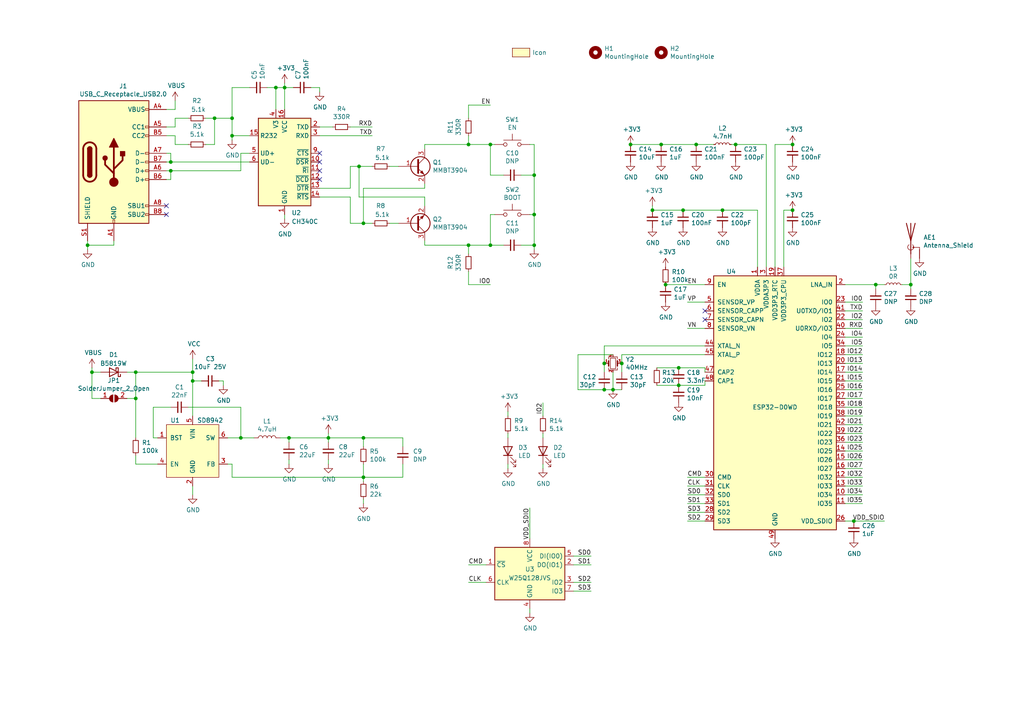
<source format=kicad_sch>
(kicad_sch (version 20211123) (generator eeschema)
  (paper "A4")
  (title_block (title "ESP32 DevKit Type C") (date "2020-09-29") (rev "E"))
  (junction (at 264.16 82.55))
  (junction (at 55.88 110.49))
  (junction (at 105.41 64.77))
  (junction (at 196.85 106.68))
  (junction (at 142.24 71.12))
  (junction (at 175.26 113.03))
  (junction (at 142.24 41.91))
  (junction (at 193.04 82.55))
  (junction (at 154.94 50.8))
  (junction (at 247.65 151.13))
  (junction (at 177.8 113.03))
  (junction (at 189.23 60.96))
  (junction (at 55.88 107.95))
  (junction (at 135.89 41.91))
  (junction (at 67.31 34.29))
  (junction (at 201.93 41.91))
  (junction (at 105.41 127))
  (junction (at 104.14 48.26))
  (junction (at 83.82 127))
  (junction (at 135.89 71.12))
  (junction (at 67.31 39.37))
  (junction (at 198.12 60.96))
  (junction (at 154.94 71.12))
  (junction (at 95.25 127))
  (junction (at 25.4 71.12))
  (junction (at 209.55 60.96))
  (junction (at 26.67 107.95))
  (junction (at 191.77 41.91))
  (junction (at 308.61 105.41))
  (junction (at 213.36 41.91))
  (junction (at 80.01 25.4))
  (junction (at 196.85 111.76))
  (junction (at 49.53 46.99))
  (junction (at 39.37 107.95))
  (junction (at 254 82.55))
  (junction (at 105.41 138.43))
  (junction (at 154.94 62.23))
  (junction (at 69.85 127))
  (junction (at 229.87 60.96))
  (junction (at 229.87 41.91))
  (junction (at 175.26 105.41))
  (junction (at 182.88 41.91))
  (junction (at 180.34 105.41))
  (junction (at 82.55 25.4))
  (junction (at 62.23 34.29))
  (junction (at 49.53 49.53))
  (junction (at 39.37 115.57))
  (no_connect (at 48.26 59.69))
  (no_connect (at 204.47 92.71))
  (no_connect (at 92.71 46.99))
  (no_connect (at 92.71 44.45))
  (no_connect (at 48.26 62.23))
  (no_connect (at 92.71 52.07))
  (no_connect (at 92.71 49.53))
  (no_connect (at 204.47 90.17))
  (wire (pts (xy 245.11 125.73) (xy 250.19 125.73)))
  (wire (pts (xy -53.34 76.2) (xy -45.72 76.2)))
  (wire (pts (xy 317.5 102.87) (xy 312.42 102.87)))
  (wire (pts (xy 44.45 118.11) (xy 44.45 127)))
  (wire (pts (xy -48.26 58.42) (xy -53.34 58.42)))
  (wire (pts (xy -48.26 55.88) (xy -53.34 55.88)))
  (wire (pts (xy 54.61 118.11) (xy 69.85 118.11)))
  (wire (pts (xy 135.89 41.91) (xy 142.24 41.91)))
  (wire (pts (xy 64.77 110.49) (xy 63.5 110.49)))
  (wire (pts (xy 101.6 48.26) (xy 101.6 54.61)))
  (wire (pts (xy 180.34 107.95) (xy 180.34 105.41)))
  (wire (pts (xy 209.55 60.96) (xy 198.12 60.96)))
  (wire (pts (xy 39.37 132.08) (xy 39.37 134.62)))
  (wire (pts (xy 224.79 41.91) (xy 229.87 41.91)))
  (wire (pts (xy 101.6 36.83) (xy 107.95 36.83)))
  (wire (pts (xy 49.53 46.99) (xy 48.26 46.99)))
  (wire (pts (xy 189.23 59.69) (xy 189.23 60.96)))
  (wire (pts (xy 135.89 30.48) (xy 142.24 30.48)))
  (wire (pts (xy 50.8 29.21) (xy 50.8 31.75)))
  (wire (pts (xy 317.5 133.35) (xy 312.42 133.35)))
  (wire (pts (xy 317.5 130.81) (xy 312.42 130.81)))
  (wire (pts (xy 154.94 62.23) (xy 154.94 71.12)))
  (wire (pts (xy 171.45 161.29) (xy 166.37 161.29)))
  (wire (pts (xy -45.72 77.47) (xy -45.72 76.2)))
  (wire (pts (xy 83.82 127) (xy 95.25 127)))
  (wire (pts (xy 105.41 134.62) (xy 105.41 138.43)))
  (wire (pts (xy 204.47 107.95) (xy 204.47 106.68)))
  (wire (pts (xy 153.67 41.91) (xy 154.94 41.91)))
  (wire (pts (xy 105.41 64.77) (xy 101.6 64.77)))
  (wire (pts (xy 219.71 60.96) (xy 219.71 77.47)))
  (wire (pts (xy 245.11 105.41) (xy 250.19 105.41)))
  (wire (pts (xy 167.64 113.03) (xy 175.26 113.03)))
  (wire (pts (xy 69.85 118.11) (xy 69.85 127)))
  (wire (pts (xy 113.03 48.26) (xy 115.57 48.26)))
  (wire (pts (xy 250.19 95.25) (xy 245.11 95.25)))
  (wire (pts (xy 153.67 177.8) (xy 153.67 176.53)))
  (wire (pts (xy 72.39 46.99) (xy 49.53 46.99)))
  (wire (pts (xy 245.11 128.27) (xy 250.19 128.27)))
  (wire (pts (xy -48.26 81.28) (xy -53.34 81.28)))
  (wire (pts (xy 204.47 100.33) (xy 175.26 100.33)))
  (wire (pts (xy 317.5 115.57) (xy 312.42 115.57)))
  (wire (pts (xy 104.14 48.26) (xy 104.14 57.15)))
  (wire (pts (xy -53.34 45.72) (xy -48.26 45.72)))
  (wire (pts (xy 317.5 113.03) (xy 312.42 113.03)))
  (wire (pts (xy 227.33 77.47) (xy 227.33 60.96)))
  (wire (pts (xy 116.84 134.62) (xy 116.84 138.43)))
  (wire (pts (xy 317.5 110.49) (xy 312.42 110.49)))
  (wire (pts (xy 191.77 41.91) (xy 201.93 41.91)))
  (wire (pts (xy 142.24 50.8) (xy 146.05 50.8)))
  (wire (pts (xy 67.31 39.37) (xy 67.31 34.29)))
  (wire (pts (xy -48.26 53.34) (xy -53.34 53.34)))
  (wire (pts (xy 69.85 44.45) (xy 69.85 49.53)))
  (wire (pts (xy 39.37 107.95) (xy 55.88 107.95)))
  (wire (pts (xy 95.25 128.27) (xy 95.25 127)))
  (wire (pts (xy 199.39 146.05) (xy 204.47 146.05)))
  (wire (pts (xy 26.67 115.57) (xy 29.21 115.57)))
  (wire (pts (xy 312.42 95.25) (xy 317.5 95.25)))
  (wire (pts (xy -53.34 50.8) (xy -48.26 50.8)))
  (wire (pts (xy 123.19 71.12) (xy 135.89 71.12)))
  (wire (pts (xy 123.19 57.15) (xy 123.19 59.69)))
  (wire (pts (xy 101.6 57.15) (xy 101.6 64.77)))
  (wire (pts (xy 190.5 106.68) (xy 196.85 106.68)))
  (wire (pts (xy -48.26 68.58) (xy -53.34 68.58)))
  (wire (pts (xy 222.25 41.91) (xy 222.25 77.47)))
  (wire (pts (xy 45.72 134.62) (xy 39.37 134.62)))
  (wire (pts (xy 317.5 97.79) (xy 312.42 97.79)))
  (wire (pts (xy 105.41 127) (xy 105.41 129.54)))
  (wire (pts (xy 81.28 127) (xy 83.82 127)))
  (wire (pts (xy 245.11 102.87) (xy 250.19 102.87)))
  (wire (pts (xy 154.94 72.39) (xy 154.94 71.12)))
  (wire (pts (xy 135.89 168.91) (xy 140.97 168.91)))
  (wire (pts (xy 105.41 127) (xy 116.84 127)))
  (wire (pts (xy 264.16 82.55) (xy 261.62 82.55)))
  (wire (pts (xy 157.48 135.89) (xy 157.48 134.62)))
  (wire (pts (xy 135.89 71.12) (xy 142.24 71.12)))
  (wire (pts (xy 105.41 138.43) (xy 116.84 138.43)))
  (wire (pts (xy 50.8 36.83) (xy 50.8 34.29)))
  (wire (pts (xy 157.48 127) (xy 157.48 125.73)))
  (wire (pts (xy 67.31 40.64) (xy 67.31 39.37)))
  (wire (pts (xy 317.5 120.65) (xy 312.42 120.65)))
  (wire (pts (xy 247.65 151.13) (xy 256.54 151.13)))
  (wire (pts (xy 317.5 123.19) (xy 312.42 123.19)))
  (wire (pts (xy 204.47 111.76) (xy 196.85 111.76)))
  (wire (pts (xy 67.31 138.43) (xy 105.41 138.43)))
  (wire (pts (xy 49.53 52.07) (xy 48.26 52.07)))
  (wire (pts (xy 245.11 107.95) (xy 250.19 107.95)))
  (wire (pts (xy 135.89 71.12) (xy 135.89 73.66)))
  (wire (pts (xy 135.89 30.48) (xy 135.89 34.29)))
  (wire (pts (xy 104.14 48.26) (xy 107.95 48.26)))
  (wire (pts (xy 256.54 82.55) (xy 254 82.55)))
  (wire (pts (xy 83.82 128.27) (xy 83.82 127)))
  (wire (pts (xy 135.89 163.83) (xy 140.97 163.83)))
  (wire (pts (xy 39.37 115.57) (xy 39.37 107.95)))
  (wire (pts (xy 245.11 143.51) (xy 250.19 143.51)))
  (wire (pts (xy 105.41 139.7) (xy 105.41 138.43)))
  (wire (pts (xy 177.8 102.87) (xy 167.64 102.87)))
  (wire (pts (xy 175.26 107.95) (xy 175.26 105.41)))
  (wire (pts (xy 59.69 41.91) (xy 62.23 41.91)))
  (wire (pts (xy 245.11 146.05) (xy 250.19 146.05)))
  (wire (pts (xy 95.25 127) (xy 105.41 127)))
  (wire (pts (xy 308.61 105.41) (xy 308.61 106.68)))
  (wire (pts (xy 250.19 113.03) (xy 245.11 113.03)))
  (wire (pts (xy 177.8 107.95) (xy 177.8 113.03)))
  (wire (pts (xy 224.79 41.91) (xy 224.79 77.47)))
  (wire (pts (xy 92.71 39.37) (xy 107.95 39.37)))
  (wire (pts (xy 72.39 44.45) (xy 69.85 44.45)))
  (wire (pts (xy 199.39 151.13) (xy 204.47 151.13)))
  (wire (pts (xy -48.26 60.96) (xy -53.34 60.96)))
  (wire (pts (xy 26.67 107.95) (xy 26.67 115.57)))
  (wire (pts (xy 25.4 72.39) (xy 25.4 71.12)))
  (wire (pts (xy 80.01 25.4) (xy 82.55 25.4)))
  (wire (pts (xy 204.47 106.68) (xy 196.85 106.68)))
  (wire (pts (xy 213.36 41.91) (xy 222.25 41.91)))
  (wire (pts (xy 66.04 127) (xy 69.85 127)))
  (wire (pts (xy -48.26 86.36) (xy -53.34 86.36)))
  (wire (pts (xy 82.55 25.4) (xy 85.09 25.4)))
  (wire (pts (xy 58.42 110.49) (xy 55.88 110.49)))
  (wire (pts (xy 49.53 49.53) (xy 49.53 52.07)))
  (wire (pts (xy 312.42 92.71) (xy 317.5 92.71)))
  (wire (pts (xy 317.5 90.17) (xy 308.61 90.17)))
  (wire (pts (xy 92.71 26.67) (xy 92.71 25.4)))
  (wire (pts (xy -48.26 78.74) (xy -53.34 78.74)))
  (wire (pts (xy 95.25 125.73) (xy 95.25 127)))
  (wire (pts (xy 123.19 69.85) (xy 123.19 71.12)))
  (wire (pts (xy -53.34 88.9) (xy -45.72 88.9)))
  (wire (pts (xy 95.25 134.62) (xy 95.25 133.35)))
  (wire (pts (xy 55.88 140.97) (xy 55.88 143.51)))
  (wire (pts (xy 36.83 115.57) (xy 39.37 115.57)))
  (wire (pts (xy 116.84 127) (xy 116.84 129.54)))
  (wire (pts (xy 77.47 25.4) (xy 80.01 25.4)))
  (wire (pts (xy -48.26 83.82) (xy -53.34 83.82)))
  (wire (pts (xy 227.33 60.96) (xy 229.87 60.96)))
  (wire (pts (xy 48.26 36.83) (xy 50.8 36.83)))
  (wire (pts (xy 25.4 71.12) (xy 33.02 71.12)))
  (wire (pts (xy 166.37 171.45) (xy 171.45 171.45)))
  (wire (pts (xy 83.82 133.35) (xy 83.82 134.62)))
  (wire (pts (xy 153.67 62.23) (xy 154.94 62.23)))
  (wire (pts (xy 67.31 34.29) (xy 67.31 25.4)))
  (wire (pts (xy 82.55 31.75) (xy 82.55 25.4)))
  (wire (pts (xy 317.5 105.41) (xy 308.61 105.41)))
  (wire (pts (xy 123.19 54.61) (xy 105.41 54.61)))
  (wire (pts (xy 245.11 140.97) (xy 250.19 140.97)))
  (wire (pts (xy 189.23 60.96) (xy 198.12 60.96)))
  (wire (pts (xy 171.45 163.83) (xy 166.37 163.83)))
  (wire (pts (xy 245.11 135.89) (xy 250.19 135.89)))
  (wire (pts (xy 212.09 41.91) (xy 213.36 41.91)))
  (wire (pts (xy 157.48 116.84) (xy 157.48 120.65)))
  (wire (pts (xy 142.24 62.23) (xy 143.51 62.23)))
  (wire (pts (xy -48.26 39.37) (xy -48.26 43.18)))
  (wire (pts (xy 143.51 41.91) (xy 142.24 41.91)))
  (wire (pts (xy 50.8 34.29) (xy 54.61 34.29)))
  (wire (pts (xy 26.67 106.68) (xy 26.67 107.95)))
  (wire (pts (xy 62.23 34.29) (xy 67.31 34.29)))
  (wire (pts (xy 66.04 134.62) (xy 67.31 134.62)))
  (wire (pts (xy 245.11 100.33) (xy 250.19 100.33)))
  (wire (pts (xy 55.88 104.14) (xy 55.88 107.95)))
  (wire (pts (xy 92.71 36.83) (xy 96.52 36.83)))
  (wire (pts (xy 44.45 127) (xy 45.72 127)))
  (wire (pts (xy 317.5 125.73) (xy 312.42 125.73)))
  (wire (pts (xy 219.71 60.96) (xy 209.55 60.96)))
  (wire (pts (xy 199.39 95.25) (xy 204.47 95.25)))
  (wire (pts (xy 50.8 31.75) (xy 48.26 31.75)))
  (wire (pts (xy 64.77 111.76) (xy 64.77 110.49)))
  (wire (pts (xy 123.19 53.34) (xy 123.19 54.61)))
  (wire (pts (xy 254 83.82) (xy 254 82.55)))
  (wire (pts (xy 50.8 39.37) (xy 50.8 41.91)))
  (wire (pts (xy 69.85 49.53) (xy 49.53 49.53)))
  (wire (pts (xy 39.37 115.57) (xy 39.37 127)))
  (wire (pts (xy 67.31 134.62) (xy 67.31 138.43)))
  (wire (pts (xy 204.47 110.49) (xy 204.47 111.76)))
  (wire (pts (xy 101.6 54.61) (xy 92.71 54.61)))
  (wire (pts (xy -48.26 43.18) (xy -53.34 43.18)))
  (wire (pts (xy 49.53 44.45) (xy 49.53 46.99)))
  (wire (pts (xy 204.47 148.59) (xy 199.39 148.59)))
  (wire (pts (xy -48.26 73.66) (xy -53.34 73.66)))
  (wire (pts (xy 245.11 118.11) (xy 250.19 118.11)))
  (wire (pts (xy 82.55 63.5) (xy 82.55 62.23)))
  (wire (pts (xy -45.72 87.63) (xy -45.72 88.9)))
  (wire (pts (xy 44.45 118.11) (xy 49.53 118.11)))
  (wire (pts (xy 250.19 115.57) (xy 245.11 115.57)))
  (wire (pts (xy 135.89 78.74) (xy 135.89 82.55)))
  (wire (pts (xy 317.5 107.95) (xy 312.42 107.95)))
  (wire (pts (xy 254 82.55) (xy 245.11 82.55)))
  (wire (pts (xy 142.24 71.12) (xy 142.24 62.23)))
  (wire (pts (xy 199.39 140.97) (xy 204.47 140.97)))
  (wire (pts (xy 245.11 120.65) (xy 250.19 120.65)))
  (wire (pts (xy 177.8 113.03) (xy 180.34 113.03)))
  (wire (pts (xy 154.94 41.91) (xy 154.94 50.8)))
  (wire (pts (xy 153.67 156.21) (xy 153.67 147.32)))
  (wire (pts (xy 142.24 71.12) (xy 146.05 71.12)))
  (wire (pts (xy 69.85 127) (xy 73.66 127)))
  (wire (pts (xy 113.03 64.77) (xy 115.57 64.77)))
  (wire (pts (xy 142.24 41.91) (xy 142.24 50.8)))
  (wire (pts (xy 245.11 133.35) (xy 250.19 133.35)))
  (wire (pts (xy 62.23 41.91) (xy 62.23 34.29)))
  (wire (pts (xy 317.5 128.27) (xy 312.42 128.27)))
  (wire (pts (xy 190.5 111.76) (xy 196.85 111.76)))
  (wire (pts (xy 72.39 39.37) (xy 67.31 39.37)))
  (wire (pts (xy 204.47 102.87) (xy 180.34 102.87)))
  (wire (pts (xy 250.19 90.17) (xy 245.11 90.17)))
  (wire (pts (xy 82.55 25.4) (xy 82.55 24.13)))
  (wire (pts (xy 245.11 123.19) (xy 250.19 123.19)))
  (wire (pts (xy 245.11 92.71) (xy 250.19 92.71)))
  (wire (pts (xy -48.26 66.04) (xy -53.34 66.04)))
  (wire (pts (xy 193.04 82.55) (xy 204.47 82.55)))
  (wire (pts (xy 151.13 50.8) (xy 154.94 50.8)))
  (wire (pts (xy 123.19 41.91) (xy 135.89 41.91)))
  (wire (pts (xy 175.26 100.33) (xy 175.26 105.41)))
  (wire (pts (xy 25.4 71.12) (xy 25.4 69.85)))
  (wire (pts (xy 147.32 135.89) (xy 147.32 134.62)))
  (wire (pts (xy 154.94 62.23) (xy 154.94 50.8)))
  (wire (pts (xy 59.69 34.29) (xy 62.23 34.29)))
  (wire (pts (xy 180.34 102.87) (xy 180.34 105.41)))
  (wire (pts (xy 105.41 54.61) (xy 105.41 64.77)))
  (wire (pts (xy 264.16 83.82) (xy 264.16 82.55)))
  (wire (pts (xy 245.11 87.63) (xy 250.19 87.63)))
  (wire (pts (xy -53.34 48.26) (xy -48.26 48.26)))
  (wire (pts (xy 135.89 39.37) (xy 135.89 41.91)))
  (wire (pts (xy 308.61 90.17) (xy 308.61 105.41)))
  (wire (pts (xy 105.41 64.77) (xy 107.95 64.77)))
  (wire (pts (xy 92.71 57.15) (xy 101.6 57.15)))
  (wire (pts (xy 101.6 48.26) (xy 104.14 48.26)))
  (wire (pts (xy 80.01 25.4) (xy 80.01 31.75)))
  (wire (pts (xy 317.5 118.11) (xy 312.42 118.11)))
  (wire (pts (xy 317.5 135.89) (xy 312.42 135.89)))
  (wire (pts (xy 177.8 113.03) (xy 175.26 113.03)))
  (wire (pts (xy 147.32 119.38) (xy 147.32 120.65)))
  (wire (pts (xy 104.14 57.15) (xy 123.19 57.15)))
  (wire (pts (xy 123.19 43.18) (xy 123.19 41.91)))
  (wire (pts (xy 245.11 97.79) (xy 250.19 97.79)))
  (wire (pts (xy 245.11 110.49) (xy 250.19 110.49)))
  (wire (pts (xy -48.26 63.5) (xy -53.34 63.5)))
  (wire (pts (xy 201.93 41.91) (xy 207.01 41.91)))
  (wire (pts (xy 55.88 107.95) (xy 55.88 110.49)))
  (wire (pts (xy 33.02 71.12) (xy 33.02 69.85)))
  (wire (pts (xy 36.83 107.95) (xy 39.37 107.95)))
  (wire (pts (xy 245.11 151.13) (xy 247.65 151.13)))
  (wire (pts (xy 48.26 39.37) (xy 50.8 39.37)))
  (wire (pts (xy 48.26 49.53) (xy 49.53 49.53)))
  (wire (pts (xy 147.32 127) (xy 147.32 125.73)))
  (wire (pts (xy 151.13 71.12) (xy 154.94 71.12)))
  (wire (pts (xy 50.8 41.91) (xy 54.61 41.91)))
  (wire (pts (xy 264.16 82.55) (xy 264.16 74.93)))
  (wire (pts (xy 199.39 143.51) (xy 204.47 143.51)))
  (wire (pts (xy 67.31 25.4) (xy 72.39 25.4)))
  (wire (pts (xy 55.88 110.49) (xy 55.88 120.65)))
  (wire (pts (xy 182.88 41.91) (xy 191.77 41.91)))
  (wire (pts (xy 317.5 100.33) (xy 312.42 100.33)))
  (wire (pts (xy 171.45 168.91) (xy 166.37 168.91)))
  (wire (pts (xy 245.11 130.81) (xy 250.19 130.81)))
  (wire (pts (xy 105.41 146.05) (xy 105.41 144.78)))
  (wire (pts (xy -48.26 71.12) (xy -53.34 71.12)))
  (wire (pts (xy 245.11 138.43) (xy 250.19 138.43)))
  (wire (pts (xy 199.39 87.63) (xy 204.47 87.63)))
  (wire (pts (xy 167.64 102.87) (xy 167.64 113.03)))
  (wire (pts (xy 135.89 82.55) (xy 142.24 82.55)))
  (wire (pts (xy 48.26 44.45) (xy 49.53 44.45)))
  (wire (pts (xy 29.21 107.95) (xy 26.67 107.95)))
  (wire (pts (xy 90.17 25.4) (xy 92.71 25.4)))
  (wire (pts (xy 199.39 138.43) (xy 204.47 138.43)))
  (label "SD0" (at 199.39 143.51 0))
  (label "IO27" (at 250.19 135.89 180))
  (label "RXD" (at 107.95 36.83 180))
  (label "IO22" (at 250.19 125.73 180))
  (label "IO12" (at 250.19 102.87 180))
  (label "VN" (at -48.26 50.8 180))
  (label "VP" (at 199.39 87.63 0))
  (label "IO23" (at 312.42 92.71 0))
  (label "EN" (at -48.26 45.72 180))
  (label "IO17" (at 312.42 115.57 0))
  (label "IO34" (at 250.19 143.51 180))
  (label "IO19" (at 250.19 120.65 180))
  (label "IO32" (at 250.19 138.43 180))
  (label "TXD" (at 250.19 90.17 180))
  (label "SD2" (at 199.39 151.13 0))
  (label "IO19" (at 312.42 107.95 0))
  (label "IO22" (at 312.42 95.25 0))
  (label "IO27" (at -48.26 68.58 180))
  (label "SD3" (at -48.26 83.82 180))
  (label "IO0" (at 250.19 87.63 180))
  (label "VDD_SDIO" (at 256.54 151.13 180))
  (label "TXD" (at 312.42 97.79 0))
  (label "IO2" (at 157.48 116.84 270))
  (label "IO5" (at 312.42 113.03 0))
  (label "IO15" (at 312.42 128.27 0))
  (label "SD0" (at 171.45 161.29 180))
  (label "IO14" (at -48.26 71.12 180))
  (label "IO5" (at 250.19 100.33 180))
  (label "SD1" (at 171.45 163.83 180))
  (label "IO16" (at 250.19 113.03 180))
  (label "IO13" (at 250.19 105.41 180))
  (label "VP" (at -48.26 48.26 180))
  (label "IO25" (at -48.26 63.5 180))
  (label "VN" (at 199.39 95.25 0))
  (label "EN" (at 142.24 30.48 180))
  (label "IO18" (at 250.19 118.11 180))
  (label "CLK" (at 199.39 140.97 0))
  (label "IO23" (at 250.19 128.27 180))
  (label "SD1" (at 199.39 146.05 0))
  (label "RXD" (at 250.19 95.25 180))
  (label "EN" (at 199.39 82.55 0))
  (label "SD0" (at 312.42 133.35 0))
  (label "IO4" (at 312.42 120.65 0))
  (label "CLK" (at 312.42 135.89 0))
  (label "IO2" (at 250.19 92.71 180))
  (label "CMD" (at 135.89 163.83 0))
  (label "TXD" (at 107.95 39.37 180))
  (label "SD1" (at 312.42 130.81 0))
  (label "IO0" (at 312.42 123.19 0))
  (label "IO15" (at 250.19 110.49 180))
  (label "IO26" (at -48.26 66.04 180))
  (label "IO18" (at 312.42 110.49 0))
  (label "IO17" (at 250.19 115.57 180))
  (label "IO4" (at 250.19 97.79 180))
  (label "IO12" (at -48.26 73.66 180))
  (label "IO13" (at -48.26 78.74 180))
  (label "IO21" (at 312.42 102.87 0))
  (label "IO25" (at 250.19 130.81 180))
  (label "IO33" (at -48.26 60.96 180))
  (label "IO16" (at 312.42 118.11 0))
  (label "IO14" (at 250.19 107.95 180))
  (label "CMD" (at 199.39 138.43 0))
  (label "SD2" (at -48.26 81.28 180))
  (label "IO21" (at 250.19 123.19 180))
  (label "RXD" (at 312.42 100.33 0))
  (label "IO2" (at 312.42 125.73 0))
  (label "IO26" (at 250.19 133.35 180))
  (label "IO35" (at 250.19 146.05 180))
  (label "CMD" (at -48.26 86.36 180))
  (label "SD3" (at 199.39 148.59 0))
  (label "CLK" (at 135.89 168.91 0))
  (label "IO33" (at 250.19 140.97 180))
  (label "SD3" (at 171.45 171.45 180))
  (label "IO35" (at -48.26 55.88 180))
  (label "SD2" (at 171.45 168.91 180))
  (label "VDD_SDIO" (at 153.67 147.32 270))
  (label "IO32" (at -48.26 58.42 180))
  (label "IO34" (at -48.26 53.34 180))
  (label "IO0" (at 142.24 82.55 180))
  (symbol (lib_id "Power_Management_SHOUDING:SD8942") (at 55.88 130.81 0) (unit 1)
    (property "Reference" "U1" (at 50.8 121.92 0))
    (property "Value" "SD8942" (at 60.96 121.92 0))
    (property "Footprint" "Package_TO_SOT_SMD:SOT-23-6" (effects hide))
    (property "Datasheet" "https://datasheet.lcsc.com/szlcsc/1808081634_SHOUDING-SD8942_C250795.pdf" (effects hide))
    (property "LCSC" "C250795" (effects hide))
  )
  (symbol (lib_id "Connector:USB_C_Receptacle_USB2.0") (at 33.02 46.99 0) (unit 1)
    (property "Reference" "J1" (at 35.7378 24.9682 0))
    (property "Value" "USB_C_Receptacle_USB2.0" (at 35.7378 27.2796 0))
    (property "Footprint" "Connector_USB:USB_C_Receptacle_Palconn_UTC16-G" (effects hide))
    (property "Datasheet" "https://www.usb.org/sites/default/files/documents/usb_type-c.zip" (effects hide))
    (property "LCSC" "C167321" (effects hide))
  )
  (symbol (lib_id "Device:R_Small") (at 57.15 41.91 270) (unit 1)
    (property "Reference" "R3" (at 57.15 36.6522 90))
    (property "Value" "5.1k" (at 57.15 38.9636 90))
    (property "Footprint" "Resistor_SMD:R_0402_1005Metric" (effects hide))
    (property "LCSC" " C25905" (effects hide))
  )
  (symbol (lib_id "Device:R_Small") (at 57.15 34.29 90) (unit 1)
    (property "Reference" "R2" (at 58.42 29.21 90) (effects (justify left)))
    (property "Value" "5.1k" (at 59.69 31.75 90) (effects (justify left)))
    (property "Footprint" "Resistor_SMD:R_0402_1005Metric" (effects hide))
    (property "LCSC" " C25905" (effects hide))
  )
  (symbol (lib_id "power:GND") (at 25.4 72.39 0) (unit 1)
    (property "Reference" "#PWR0102" (effects hide))
    (property "Value" "GND" (at 25.527 76.7842 0))
  )
  (symbol (lib_id "power:VBUS") (at 50.8 29.21 0) (unit 1)
    (property "Reference" "#PWR0103" (effects hide))
    (property "Value" "VBUS" (at 51.181 24.8158 0))
  )
  (symbol (lib_id "power:GND") (at 67.31 40.64 0) (unit 1)
    (property "Reference" "#PWR0104" (effects hide))
    (property "Value" "GND" (at 67.437 45.0342 0))
  )
  (symbol (lib_id "power:GND") (at 92.71 26.67 0) (unit 1)
    (property "Reference" "#PWR0105" (effects hide))
    (property "Value" "GND" (at 92.837 31.0642 0))
  )
  (symbol (lib_id "Device:L") (at 77.47 127 90) (unit 1)
    (property "Reference" "L1" (at 77.47 122.174 90))
    (property "Value" "4.7uH" (at 77.47 124.4854 90))
    (property "Footprint" "Inductor_SMD:L_1210_3225Metric" (effects hide))
    (property "Datasheet" "https://datasheet.lcsc.com/szlcsc/1810171818_Taiyo-Yuden-CBC3225T4R7MR_C90319.pdf" (effects hide))
    (property "LCSC" "C90319" (effects hide))
  )
  (symbol (lib_id "Device:C_Small") (at 95.25 130.81 0) (unit 1)
    (property "Reference" "C8" (at 98.171 129.6416 0) (effects (justify left)))
    (property "Value" "22uF" (at 98.171 131.953 0) (effects (justify left)))
    (property "Footprint" "Capacitor_SMD:C_0603_1608Metric" (effects hide))
    (property "LCSC" "C59461" (effects hide))
  )
  (symbol (lib_id "Device:C_Small") (at 60.96 110.49 270) (unit 1)
    (property "Reference" "C3" (at 60.96 104.0892 90))
    (property "Value" "10uF 25V" (at 60.96 106.4006 90))
    (property "Footprint" "Capacitor_SMD:C_0805_2012Metric" (effects hide))
    (property "Datasheet" "https://datasheet.lcsc.com/szlcsc/Samsung-Electro-Mechanics-CL21A106KAYNNNE_C15850.pdf" (effects hide))
    (property "LCSC" "C15850" (effects hide))
  )
  (symbol (lib_id "power:GND") (at 64.77 111.76 0) (unit 1)
    (property "Reference" "#PWR0107" (effects hide))
    (property "Value" "GND" (at 64.897 116.1542 0))
  )
  (symbol (lib_id "Device:D_Schottky") (at 33.02 107.95 180) (unit 1)
    (property "Reference" "D1" (at 34.29 102.87 0) (effects (justify left)))
    (property "Value" "B5819W" (at 36.83 105.41 0) (effects (justify left)))
    (property "Footprint" "Diode_SMD:D_SOD-123" (effects hide))
    (property "LCSC" "C8598" (effects hide))
  )
  (symbol (lib_id "power:VCC") (at 55.88 104.14 0) (unit 1)
    (property "Reference" "#PWR0108" (effects hide))
    (property "Value" "VCC" (at 56.3118 99.7458 0))
  )
  (symbol (lib_id "power:VBUS") (at 26.67 106.68 0) (unit 1)
    (property "Reference" "#PWR0109" (effects hide))
    (property "Value" "VBUS" (at 27.051 102.2858 0))
  )
  (symbol (lib_id "power:GND") (at 55.88 143.51 0) (unit 1)
    (property "Reference" "#PWR0110" (effects hide))
    (property "Value" "GND" (at 56.007 147.9042 0))
  )
  (symbol (lib_id "Device:R_Small") (at 105.41 142.24 0) (unit 1)
    (property "Reference" "R6" (at 107.188 141.0716 0) (effects (justify left)))
    (property "Value" "22k" (at 107.188 143.383 0) (effects (justify left)))
    (property "Footprint" "Resistor_SMD:R_0402_1005Metric" (effects hide))
    (property "Datasheet" "https://datasheet.lcsc.com/szlcsc/Uniroyal-Elec-0402WGF2202TCE_C25768.pdf" (effects hide))
    (property "LCSC" "C25768" (effects hide))
  )
  (symbol (lib_id "Device:C_Small") (at 116.84 132.08 0) (unit 1)
    (property "Reference" "C9" (at 119.761 130.9116 0) (effects (justify left)))
    (property "Value" "DNP" (at 119.761 133.223 0) (effects (justify left)))
    (property "Footprint" "Capacitor_SMD:C_0402_1005Metric" (effects hide))
  )
  (symbol (lib_id "power:GND") (at 105.41 146.05 0) (unit 1)
    (property "Reference" "#PWR0111" (effects hide))
    (property "Value" "GND" (at 105.537 150.4442 0))
  )
  (symbol (lib_id "power:+3V3") (at 95.25 125.73 0) (unit 1)
    (property "Reference" "#PWR0112" (effects hide))
    (property "Value" "+3V3" (at 95.631 121.3358 0))
  )
  (symbol (lib_id "power:GND") (at 247.65 156.21 0) (unit 1)
    (property "Reference" "#PWR0116" (effects hide))
    (property "Value" "GND" (at 247.777 160.6042 0))
  )
  (symbol (lib_id "Device:R_Small") (at 99.06 36.83 270) (unit 1)
    (property "Reference" "R4" (at 99.06 31.5722 90))
    (property "Value" "330R" (at 99.06 33.8836 90))
    (property "Footprint" "Resistor_SMD:R_0402_1005Metric" (effects hide))
    (property "LCSC" "C25104" (effects hide))
  )
  (symbol (lib_id "Connector_Generic:Conn_01x19") (at -58.42 66.04 0) (mirror y) (unit 1)
    (property "Reference" "J2" (at -56.3372 37.6682 0))
    (property "Value" "Conn_01x19" (at -56.3372 39.9796 0))
    (property "Footprint" "Connector_PinHeader_2.54mm:PinHeader_1x19_P2.54mm_Vertical" (effects hide))
    (property "LCSC" "C2894942" (effects hide))
  )
  (symbol (lib_id "Switch:SW_Push") (at 148.59 41.91 0) (unit 1)
    (property "Reference" "SW1" (at 148.59 34.671 0))
    (property "Value" "EN" (at 148.59 36.9824 0))
    (property "Footprint" "Button_Switch_SMD:SW_Push_SPST_NO_Alps_SKRK" (effects hide))
    (property "Datasheet" "https://datasheet.lcsc.com/lcsc/1809041626_ALPSALPINE-SKRKAHE020_C202388.pdf" (effects hide))
    (property "LCSC" "C202388" (effects hide))
  )
  (symbol (lib_id "Switch:SW_Push") (at 148.59 62.23 0) (unit 1)
    (property "Reference" "SW2" (at 148.59 54.991 0))
    (property "Value" "BOOT" (at 148.59 57.3024 0))
    (property "Footprint" "Button_Switch_SMD:SW_Push_SPST_NO_Alps_SKRK" (effects hide))
    (property "Datasheet" "https://datasheet.lcsc.com/lcsc/1809041626_ALPSALPINE-SKRKAHE020_C202388.pdf" (effects hide))
    (property "LCSC" "C202388" (effects hide))
  )
  (symbol (lib_id "power:+3V3") (at -48.26 39.37 0) (unit 1)
    (property "Reference" "#PWR0117" (effects hide))
    (property "Value" "+3V3" (at -47.879 34.9758 0))
  )
  (symbol (lib_id "power:GND") (at -45.72 77.47 0) (unit 1)
    (property "Reference" "#PWR0118" (effects hide))
    (property "Value" "GND" (at -45.72 81.28 0))
  )
  (symbol (lib_id "power:VCC") (at -45.72 87.63 0) (unit 1)
    (property "Reference" "#PWR0119" (effects hide))
    (property "Value" "VCC" (at -45.72 83.82 0))
  )
  (symbol (lib_id "Connector_Generic:Conn_01x19") (at 322.58 113.03 0) (unit 1)
    (property "Reference" "J3" (at 324.612 111.9632 0) (effects (justify left)))
    (property "Value" "Conn_01x19" (at 324.612 114.2746 0) (effects (justify left)))
    (property "Footprint" "Connector_PinHeader_2.54mm:PinHeader_1x19_P2.54mm_Vertical" (effects hide))
    (property "LCSC" "C2894942" (effects hide))
  )
  (symbol (lib_id "Device:R_Small") (at 135.89 36.83 0) (unit 1)
    (property "Reference" "R11" (at 130.6322 36.83 90))
    (property "Value" "330R" (at 132.9436 36.83 90))
    (property "Footprint" "Resistor_SMD:R_0402_1005Metric" (effects hide))
    (property "LCSC" "C25104" (effects hide))
  )
  (symbol (lib_id "Device:R_Small") (at 135.89 76.2 0) (unit 1)
    (property "Reference" "R12" (at 130.6322 76.2 90))
    (property "Value" "330R" (at 132.9436 76.2 90))
    (property "Footprint" "Resistor_SMD:R_0402_1005Metric" (effects hide))
    (property "LCSC" "C25104" (effects hide))
  )
  (symbol (lib_id "power:GND") (at 308.61 106.68 0) (unit 1)
    (property "Reference" "#PWR0120" (effects hide))
    (property "Value" "GND" (at 308.737 111.0742 0))
  )
  (symbol (lib_id "Device:C_Small") (at 148.59 71.12 270) (unit 1)
    (property "Reference" "C11" (at 148.59 64.7192 90))
    (property "Value" "DNP" (at 148.59 67.0306 90))
    (property "Footprint" "Capacitor_SMD:C_0402_1005Metric" (effects hide))
  )
  (symbol (lib_id "Device:C_Small") (at 148.59 50.8 270) (unit 1)
    (property "Reference" "C10" (at 148.59 44.3992 90))
    (property "Value" "DNP" (at 148.59 46.7106 90))
    (property "Footprint" "Capacitor_SMD:C_0402_1005Metric" (effects hide))
  )
  (symbol (lib_id "Device:R_Small") (at 193.04 80.01 180) (unit 1)
    (property "Reference" "R10" (at 194.818 78.8416 0) (effects (justify right)))
    (property "Value" "100k" (at 194.818 81.153 0) (effects (justify right)))
    (property "Footprint" "Resistor_SMD:R_0402_1005Metric" (effects hide))
    (property "LCSC" "C25741" (effects hide))
  )
  (symbol (lib_id "power:+3V3") (at 193.04 77.47 0) (unit 1)
    (property "Reference" "#PWR0121" (effects hide))
    (property "Value" "+3V3" (at 193.421 73.0758 0))
  )
  (symbol (lib_id "power:GND") (at 193.04 87.63 0) (unit 1)
    (property "Reference" "#PWR0122" (effects hide))
    (property "Value" "GND" (at 193.167 92.0242 0))
  )
  (symbol (lib_id "Transistor_BJT:MMBT3904") (at 120.65 64.77 0) (mirror x) (unit 1)
    (property "Reference" "Q2" (at 125.476 63.6016 0) (effects (justify left)))
    (property "Value" "MMBT3904" (at 125.476 65.913 0) (effects (justify left)))
    (property "Footprint" "Package_TO_SOT_SMD:SOT-23" (effects hide))
    (property "Datasheet" "https://www.fairchildsemi.com/datasheets/2N/2N3904.pdf" (effects hide))
    (property "LCSC" "C20526" (effects hide))
  )
  (symbol (lib_id "Transistor_BJT:MMBT3904") (at 120.65 48.26 0) (unit 1)
    (property "Reference" "Q1" (at 125.476 47.0916 0) (effects (justify left)))
    (property "Value" "MMBT3904" (at 125.476 49.403 0) (effects (justify left)))
    (property "Footprint" "Package_TO_SOT_SMD:SOT-23" (effects hide))
    (property "Datasheet" "https://www.fairchildsemi.com/datasheets/2N/2N3904.pdf" (effects hide))
    (property "LCSC" "C20526" (effects hide))
  )
  (symbol (lib_id "Device:R_Small") (at 110.49 48.26 270) (unit 1)
    (property "Reference" "R7" (at 111.76 43.18 90) (effects (justify right)))
    (property "Value" "5.1k" (at 113.03 45.72 90) (effects (justify right)))
    (property "Footprint" "Resistor_SMD:R_0402_1005Metric" (effects hide))
    (property "LCSC" " C25905" (effects hide))
  )
  (symbol (lib_id "Device:R_Small") (at 110.49 64.77 270) (unit 1)
    (property "Reference" "R8" (at 111.76 59.69 90) (effects (justify right)))
    (property "Value" "5.1k" (at 113.03 62.23 90) (effects (justify right)))
    (property "Footprint" "Resistor_SMD:R_0402_1005Metric" (effects hide))
    (property "LCSC" " C25905" (effects hide))
  )
  (symbol (lib_id "power:GND") (at 154.94 72.39 0) (unit 1)
    (property "Reference" "#PWR0123" (effects hide))
    (property "Value" "GND" (at 155.067 76.7842 0))
  )
  (symbol (lib_id "Device:LED") (at 147.32 130.81 90) (unit 1)
    (property "Reference" "D3" (at 150.2918 129.8194 90) (effects (justify right)))
    (property "Value" "LED" (at 150.2918 132.1308 90) (effects (justify right)))
    (property "Footprint" "LED_SMD:LED_0603_1608Metric_Castellated" (effects hide))
    (property "LCSC" "C2286" (effects hide))
  )
  (symbol (lib_id "Device:R_Small") (at 147.32 123.19 0) (unit 1)
    (property "Reference" "R9" (at 149.098 122.0216 0) (effects (justify left)))
    (property "Value" "5.1k" (at 149.098 124.333 0) (effects (justify left)))
    (property "Footprint" "Resistor_SMD:R_0402_1005Metric" (effects hide))
    (property "LCSC" " C25905" (effects hide))
  )
  (symbol (lib_id "power:GND") (at 147.32 135.89 0) (unit 1)
    (property "Reference" "#PWR0124" (effects hide))
    (property "Value" "GND" (at 147.447 140.2842 0))
  )
  (symbol (lib_id "power:+3V3") (at 147.32 119.38 0) (unit 1)
    (property "Reference" "#PWR0125" (effects hide))
    (property "Value" "+3V3" (at 147.701 114.9858 0))
  )
  (symbol (lib_id "Device:Antenna_Shield") (at 264.16 69.85 0) (unit 1)
    (property "Reference" "AE1" (at 267.8176 68.8594 0) (effects (justify left)))
    (property "Value" "Antenna_Shield" (at 267.8176 71.1708 0) (effects (justify left)))
    (property "Footprint" "Antenna_IFA:Antenna_IFA_2.4GHz_meandered_mirrored" (effects hide))
  )
  (symbol (lib_id "power:GND") (at 82.55 63.5 0) (unit 1)
    (property "Reference" "#PWR0127" (effects hide))
    (property "Value" "GND" (at 82.677 67.8942 0))
  )
  (symbol (lib_id "Mechanical:MountingHole") (at 172.72 15.24 0) (unit 1)
    (property "Reference" "H1" (at 175.26 14.0716 0) (effects (justify left)))
    (property "Value" "MountingHole" (at 175.26 16.383 0) (effects (justify left)))
    (property "Footprint" "ToolingHole:ToolingHole_JLCSMT" (effects hide))
  )
  (symbol (lib_id "Mechanical:MountingHole") (at 191.77 15.24 0) (unit 1)
    (property "Reference" "H2" (at 194.31 14.0716 0) (effects (justify left)))
    (property "Value" "MountingHole" (at 194.31 16.383 0) (effects (justify left)))
    (property "Footprint" "ToolingHole:ToolingHole_JLCSMT" (effects hide))
  )
  (symbol (lib_id "Icon:Icon") (at 151.13 15.24 0) (unit 1)
    (property "Reference" "I2" (effects hide))
    (property "Value" "Icon" (at 154.3812 15.24 0) (effects (justify left)))
    (property "Footprint" "Signs:OSHW_icon_3.3x3" (effects hide))
  )
  (symbol (lib_id "Jumper:SolderJumper_2_Open") (at 33.02 115.57 0) (unit 1)
    (property "Reference" "JP1" (at 33.02 110.363 0))
    (property "Value" "SolderJumper_2_Open" (at 33.02 112.6744 0))
    (property "Footprint" "Jumper:SolderJumper-2_P1.3mm_Open_Pad1.0x1.5mm" (effects hide))
  )
  (symbol (lib_id "RF_Espressif:ESP32-D0WD") (at 224.79 118.11 0) (unit 1)
    (property "Reference" "U4" (at 212.09 78.74 0))
    (property "Value" "ESP32-D0WD" (at 224.79 118.11 0))
    (property "Footprint" "Package_DFN_QFN:QFN-48-1EP_5x5mm_P0.35mm_EP3.7x3.7mm_ThermalVias" (effects hide))
    (property "LCSC" "C967020" (effects hide))
  )
  (symbol (lib_id "Device:C_Small") (at 196.85 109.22 180) (unit 1)
    (property "Reference" "C18" (at 199.1868 108.0516 0) (effects (justify right)))
    (property "Value" "3.3nF" (at 199.1868 110.363 0) (effects (justify right)))
    (property "Footprint" "Capacitor_SMD:C_0402_1005Metric" (effects hide))
    (property "Datasheet" "https://datasheet.lcsc.com/szlcsc/Samsung-Electro-Mechanics-CL05B332KB5NNNC_C26404.pdf" (effects hide))
    (property "LCSC" "C26404" (effects hide))
  )
  (symbol (lib_id "Device:R_Small") (at 190.5 109.22 0) (unit 1)
    (property "Reference" "R13" (at 191.9986 108.0516 0) (effects (justify left)))
    (property "Value" "20k" (at 191.9986 110.363 0) (effects (justify left)))
    (property "Footprint" "Resistor_SMD:R_0402_1005Metric" (effects hide))
    (property "Datasheet" "https://datasheet.lcsc.com/szlcsc/Uniroyal-Elec-0402WGF2002TCE_C25765.pdf" (effects hide))
    (property "LCSC" "C25765" (effects hide))
  )
  (symbol (lib_id "Device:C_Small") (at 196.85 114.3 180) (unit 1)
    (property "Reference" "C19" (at 199.1868 113.1316 0) (effects (justify right)))
    (property "Value" "10nF" (at 199.1868 115.443 0) (effects (justify right)))
    (property "Footprint" "Capacitor_SMD:C_0402_1005Metric" (effects hide))
    (property "Datasheet" "https://datasheet.lcsc.com/szlcsc/Samsung-Electro-Mechanics-CL05B103KB5NNNC_C15195.pdf" (effects hide))
    (property "LCSC" "C15195" (effects hide))
  )
  (symbol (lib_id "power:GND") (at 196.85 116.84 0) (unit 1)
    (property "Reference" "#PWR0106" (effects hide))
    (property "Value" "GND" (at 196.977 121.2342 0))
  )
  (symbol (lib_id "Device:C_Small") (at 52.07 118.11 270) (unit 1)
    (property "Reference" "C1" (at 52.07 112.2934 90))
    (property "Value" "22nF" (at 52.07 114.6048 90))
    (property "Footprint" "Capacitor_SMD:C_0402_1005Metric" (effects hide))
    (property "Datasheet" "https://datasheet.lcsc.com/szlcsc/Guangdong-Fenghua-Advanced-Tech-0402B223K500NT_C1532.pdf" (effects hide))
    (property "LCSC" "C1532" (effects hide))
  )
  (symbol (lib_id "Device:C_Small") (at 247.65 153.67 180) (unit 1)
    (property "Reference" "C26" (at 249.9868 152.5016 0) (effects (justify right)))
    (property "Value" "1uF" (at 249.9868 154.813 0) (effects (justify right)))
    (property "Footprint" "Capacitor_SMD:C_0402_1005Metric" (effects hide))
    (property "Datasheet" "https://datasheet.lcsc.com/szlcsc/Samsung-Electro-Mechanics-CL05A105KA5NQNC_C52923.pdf" (effects hide))
    (property "LCSC" "C52923" (effects hide))
  )
  (symbol (lib_id "power:GND") (at 224.79 156.21 0) (unit 1)
    (property "Reference" "#PWR0113" (effects hide))
    (property "Value" "GND" (at 224.917 160.6042 0))
  )
  (symbol (lib_id "Device:C_Small") (at 193.04 85.09 180) (unit 1)
    (property "Reference" "C17" (at 195.3768 83.9216 0) (effects (justify right)))
    (property "Value" "1uF" (at 195.3768 86.233 0) (effects (justify right)))
    (property "Footprint" "Capacitor_SMD:C_0402_1005Metric" (effects hide))
    (property "Datasheet" "https://datasheet.lcsc.com/szlcsc/Samsung-Electro-Mechanics-CL05A105KA5NQNC_C52923.pdf" (effects hide))
    (property "LCSC" "C52923" (effects hide))
  )
  (symbol (lib_id "Device:C_Small") (at 198.12 63.5 0) (unit 1)
    (property "Reference" "C20" (at 200.4568 62.3316 0) (effects (justify left)))
    (property "Value" "100nF" (at 200.4568 64.643 0) (effects (justify left)))
    (property "Footprint" "Capacitor_SMD:C_0402_1005Metric" (effects hide))
    (property "Datasheet" "https://datasheet.lcsc.com/szlcsc/Samsung-Electro-Mechanics-CL05B104KO5NNNC_C1525.pdf" (effects hide))
    (property "LCSC" "C1525" (effects hide))
  )
  (symbol (lib_id "power:GND") (at 209.55 66.04 0) (unit 1)
    (property "Reference" "#PWR0114" (effects hide))
    (property "Value" "GND" (at 209.677 70.4342 0))
  )
  (symbol (lib_id "Device:C_Small") (at 209.55 63.5 0) (unit 1)
    (property "Reference" "C22" (at 211.8868 62.3316 0) (effects (justify left)))
    (property "Value" "100pF" (at 211.8868 64.643 0) (effects (justify left)))
    (property "Footprint" "Capacitor_SMD:C_0402_1005Metric" (effects hide))
    (property "Datasheet" "https://datasheet.lcsc.com/szlcsc/Guangdong-Fenghua-Advanced-Tech-0402CG101J500NT_C1546.pdf" (effects hide))
    (property "LCSC" "C1546" (effects hide))
  )
  (symbol (lib_id "power:GND") (at 198.12 66.04 0) (unit 1)
    (property "Reference" "#PWR0115" (effects hide))
    (property "Value" "GND" (at 198.247 70.4342 0))
  )
  (symbol (lib_id "Device:C_Small") (at 189.23 63.5 180) (unit 1)
    (property "Reference" "C15" (at 191.5668 62.3316 0) (effects (justify right)))
    (property "Value" "1uF" (at 191.5668 64.643 0) (effects (justify right)))
    (property "Footprint" "Capacitor_SMD:C_0402_1005Metric" (effects hide))
    (property "Datasheet" "https://datasheet.lcsc.com/szlcsc/Samsung-Electro-Mechanics-CL05A105KA5NQNC_C52923.pdf" (effects hide))
    (property "LCSC" "C52923" (effects hide))
  )
  (symbol (lib_id "power:GND") (at 189.23 66.04 0) (unit 1)
    (property "Reference" "#PWR0126" (effects hide))
    (property "Value" "GND" (at 189.357 70.4342 0))
  )
  (symbol (lib_id "Device:C_Small") (at 201.93 44.45 0) (unit 1)
    (property "Reference" "C21" (at 204.2668 43.2816 0) (effects (justify left)))
    (property "Value" "100nF" (at 204.2668 45.593 0) (effects (justify left)))
    (property "Footprint" "Capacitor_SMD:C_0402_1005Metric" (effects hide))
    (property "Datasheet" "https://datasheet.lcsc.com/szlcsc/Samsung-Electro-Mechanics-CL05B104KO5NNNC_C1525.pdf" (effects hide))
    (property "LCSC" "C1525" (effects hide))
  )
  (symbol (lib_id "power:GND") (at 201.93 46.99 0) (unit 1)
    (property "Reference" "#PWR0128" (effects hide))
    (property "Value" "GND" (at 202.057 51.3842 0))
  )
  (symbol (lib_id "power:GND") (at 191.77 46.99 0) (unit 1)
    (property "Reference" "#PWR0129" (effects hide))
    (property "Value" "GND" (at 191.897 51.3842 0))
  )
  (symbol (lib_id "Device:C_Small") (at 182.88 44.45 0) (unit 1)
    (property "Reference" "C14" (at 185.2168 43.2816 0) (effects (justify left)))
    (property "Value" "10uF" (at 185.2168 45.593 0) (effects (justify left)))
    (property "Footprint" "Capacitor_SMD:C_0402_1005Metric" (effects hide))
    (property "Datasheet" "https://datasheet.lcsc.com/szlcsc/Guangdong-Fenghua-Advanced-Tech-0402CG101J500NT_C1546.pdf" (effects hide))
    (property "LCSC" "C15525" (effects hide))
  )
  (symbol (lib_id "power:GND") (at 182.88 46.99 0) (unit 1)
    (property "Reference" "#PWR0130" (effects hide))
    (property "Value" "GND" (at 183.007 51.3842 0))
  )
  (symbol (lib_id "Device:C_Small") (at 229.87 63.5 0) (unit 1)
    (property "Reference" "C25" (at 232.2068 62.3316 0) (effects (justify left)))
    (property "Value" "100nF" (at 232.2068 64.643 0) (effects (justify left)))
    (property "Footprint" "Capacitor_SMD:C_0402_1005Metric" (effects hide))
    (property "Datasheet" "https://datasheet.lcsc.com/szlcsc/Samsung-Electro-Mechanics-CL05B104KO5NNNC_C1525.pdf" (effects hide))
    (property "LCSC" "C1525" (effects hide))
  )
  (symbol (lib_id "power:GND") (at 229.87 66.04 0) (unit 1)
    (property "Reference" "#PWR0131" (effects hide))
    (property "Value" "GND" (at 229.997 70.4342 0))
  )
  (symbol (lib_id "Device:C_Small") (at 229.87 44.45 0) (unit 1)
    (property "Reference" "C24" (at 232.2068 43.2816 0) (effects (justify left)))
    (property "Value" "100nF" (at 232.2068 45.593 0) (effects (justify left)))
    (property "Footprint" "Capacitor_SMD:C_0402_1005Metric" (effects hide))
    (property "Datasheet" "https://datasheet.lcsc.com/szlcsc/Samsung-Electro-Mechanics-CL05B104KO5NNNC_C1525.pdf" (effects hide))
    (property "LCSC" "C1525" (effects hide))
  )
  (symbol (lib_id "power:GND") (at 229.87 46.99 0) (unit 1)
    (property "Reference" "#PWR0132" (effects hide))
    (property "Value" "GND" (at 229.997 51.3842 0))
  )
  (symbol (lib_id "power:+3V3") (at 189.23 59.69 0) (unit 1)
    (property "Reference" "#PWR0133" (effects hide))
    (property "Value" "+3V3" (at 189.611 55.2958 0))
  )
  (symbol (lib_id "power:+3V3") (at 182.88 41.91 0) (unit 1)
    (property "Reference" "#PWR0134" (effects hide))
    (property "Value" "+3V3" (at 183.261 37.5158 0))
  )
  (symbol (lib_id "power:+3V3") (at 229.87 41.91 0) (unit 1)
    (property "Reference" "#PWR0135" (effects hide))
    (property "Value" "+3V3" (at 230.251 37.5158 0))
  )
  (symbol (lib_id "power:+3V3") (at 229.87 60.96 0) (unit 1)
    (property "Reference" "#PWR0136" (effects hide))
    (property "Value" "+3V3" (at 230.251 56.5658 0))
  )
  (symbol (lib_id "Device:C_Small") (at 74.93 25.4 270) (unit 1)
    (property "Reference" "C5" (at 73.7616 23.0632 0) (effects (justify right)))
    (property "Value" "10nF" (at 76.073 23.0632 0) (effects (justify right)))
    (property "Footprint" "Capacitor_SMD:C_0402_1005Metric" (effects hide))
    (property "Datasheet" "https://datasheet.lcsc.com/szlcsc/Samsung-Electro-Mechanics-CL05B103KB5NNNC_C15195.pdf" (effects hide))
    (property "LCSC" "C15195" (effects hide))
  )
  (symbol (lib_id "power:+3V3") (at 82.55 24.13 0) (unit 1)
    (property "Reference" "#PWR0137" (effects hide))
    (property "Value" "+3V3" (at 82.931 19.7358 0))
  )
  (symbol (lib_id "Device:C_Small") (at 87.63 25.4 90) (unit 1)
    (property "Reference" "C7" (at 86.4616 23.0632 0) (effects (justify left)))
    (property "Value" "100nF" (at 88.773 23.0632 0) (effects (justify left)))
    (property "Footprint" "Capacitor_SMD:C_0402_1005Metric" (effects hide))
    (property "Datasheet" "https://datasheet.lcsc.com/szlcsc/Samsung-Electro-Mechanics-CL05B104KO5NNNC_C1525.pdf" (effects hide))
    (property "LCSC" "C1525" (effects hide))
  )
  (symbol (lib_id "Device:R_Small") (at 39.37 129.54 180) (unit 1)
    (property "Reference" "R1" (at 41.148 128.3716 0) (effects (justify right)))
    (property "Value" "100k" (at 41.148 130.683 0) (effects (justify right)))
    (property "Footprint" "Resistor_SMD:R_0402_1005Metric" (effects hide))
    (property "LCSC" "C25741" (effects hide))
  )
  (symbol (lib_id "Device:C_Small") (at 83.82 130.81 0) (unit 1)
    (property "Reference" "C6" (at 86.741 129.6416 0) (effects (justify left)))
    (property "Value" "22uF" (at 86.741 131.953 0) (effects (justify left)))
    (property "Footprint" "Capacitor_SMD:C_0603_1608Metric" (effects hide))
    (property "LCSC" "C59461" (effects hide))
  )
  (symbol (lib_id "Device:R_Small") (at 105.41 132.08 180) (unit 1)
    (property "Reference" "R5" (at 107.188 130.9116 0) (effects (justify right)))
    (property "Value" "100k" (at 107.188 133.223 0) (effects (justify right)))
    (property "Footprint" "Resistor_SMD:R_0402_1005Metric" (effects hide))
    (property "LCSC" "C25741" (effects hide))
  )
  (symbol (lib_id "power:GND") (at 83.82 134.62 0) (unit 1)
    (property "Reference" "#PWR0138" (effects hide))
    (property "Value" "GND" (at 83.947 139.0142 0))
  )
  (symbol (lib_id "power:GND") (at 95.25 134.62 0) (unit 1)
    (property "Reference" "#PWR0139" (effects hide))
    (property "Value" "GND" (at 95.377 139.0142 0))
  )
  (symbol (lib_id "Memory_Flash:W25Q128JVS") (at 153.67 166.37 0) (unit 1)
    (property "Reference" "U3" (at 153.67 165.1 0))
    (property "Value" "W25Q128JVS" (at 153.67 167.64 0))
    (property "Footprint" "Package_SO:SOIC-8_5.23x5.23mm_P1.27mm" (effects hide))
    (property "Datasheet" "http://www.winbond.com/resource-files/w25q128jv_dtr%20revc%2003272018%20plus.pdf" (effects hide))
    (property "LCSC" "C97521" (effects hide))
  )
  (symbol (lib_id "power:GND") (at 153.67 177.8 0) (unit 1)
    (property "Reference" "#PWR0140" (effects hide))
    (property "Value" "GND" (at 153.797 182.1942 0))
  )
  (symbol (lib_id "Device:L_Small") (at 209.55 41.91 90) (unit 1)
    (property "Reference" "L2" (at 209.55 37.211 90))
    (property "Value" "4.7nH" (at 209.55 39.5224 90))
    (property "Footprint" "Inductor_SMD:L_0603_1608Metric" (effects hide))
    (property "Datasheet" "https://datasheet.lcsc.com/szlcsc/Sunlord-SDCL1608C3N9STDF_C13818.pdf" (effects hide))
    (property "LCSC" "C13818" (effects hide))
  )
  (symbol (lib_id "Device:C_Small") (at 213.36 44.45 0) (unit 1)
    (property "Reference" "C23" (at 215.6968 43.2816 0) (effects (justify left)))
    (property "Value" "100pF" (at 215.6968 45.593 0) (effects (justify left)))
    (property "Footprint" "Capacitor_SMD:C_0402_1005Metric" (effects hide))
    (property "LCSC" "C1546" (effects hide))
  )
  (symbol (lib_id "power:GND") (at 213.36 46.99 0) (unit 1)
    (property "Reference" "#PWR0141" (effects hide))
    (property "Value" "GND" (at 213.487 51.3842 0))
  )
  (symbol (lib_id "Device:C_Small") (at 191.77 44.45 180) (unit 1)
    (property "Reference" "C16" (at 194.1068 43.2816 0) (effects (justify right)))
    (property "Value" "1uF" (at 194.1068 45.593 0) (effects (justify right)))
    (property "Footprint" "Capacitor_SMD:C_0402_1005Metric" (effects hide))
    (property "Datasheet" "https://datasheet.lcsc.com/szlcsc/Samsung-Electro-Mechanics-CL05A105KA5NQNC_C52923.pdf" (effects hide))
    (property "LCSC" "C52923" (effects hide))
  )
  (symbol (lib_id "Device:Crystal_GND24_Small") (at 177.8 105.41 0) (unit 1)
    (property "Reference" "Y2" (at 181.4576 104.2416 0) (effects (justify left)))
    (property "Value" "40MHz" (at 181.4576 106.553 0) (effects (justify left)))
    (property "Footprint" "Crystal:Crystal_SMD_2520-4Pin_2.5x2.0mm" (effects hide))
    (property "Datasheet" "https://datasheet.lcsc.com/szlcsc/Harmony-Elec-X3S040000BF1H-Z_C133482.pdf" (effects hide))
    (property "LCSC" "C426970" (effects hide))
  )
  (symbol (lib_id "Device:C_Small") (at 180.34 110.49 180) (unit 1)
    (property "Reference" "C13" (at 182.6768 109.3216 0) (effects (justify right)))
    (property "Value" "30pF" (at 182.6768 111.633 0) (effects (justify right)))
    (property "Footprint" "Capacitor_SMD:C_0402_1005Metric" (effects hide))
    (property "Datasheet" "https://datasheet.lcsc.com/szlcsc/Guangdong-Fenghua-Advanced-Tech-0402CG300J500NT_C1570.pdf" (effects hide))
    (property "LCSC" "C1570" (effects hide))
  )
  (symbol (lib_id "Device:C_Small") (at 175.26 110.49 0) (mirror x) (unit 1)
    (property "Reference" "C12" (at 172.9232 109.3216 0) (effects (justify right)))
    (property "Value" "30pF" (at 172.9232 111.633 0) (effects (justify right)))
    (property "Footprint" "Capacitor_SMD:C_0402_1005Metric" (effects hide))
    (property "Datasheet" "https://datasheet.lcsc.com/szlcsc/Guangdong-Fenghua-Advanced-Tech-0402CG300J500NT_C1570.pdf" (effects hide))
    (property "LCSC" "C1570" (effects hide))
  )
  (symbol (lib_id "power:GND") (at 177.8 113.03 0) (unit 1)
    (property "Reference" "#PWR0142" (effects hide))
    (property "Value" "GND" (at 177.927 117.4242 0))
  )
  (symbol (lib_id "Device:L_Small") (at 259.08 82.55 90) (unit 1)
    (property "Reference" "L3" (at 259.08 77.851 90))
    (property "Value" "0R" (at 259.08 80.1624 90))
    (property "Footprint" "Inductor_SMD:L_0402_1005Metric" (effects hide))
    (property "Datasheet" "https://datasheet.lcsc.com/szlcsc/Sunlord-SDCL1608C3N9STDF_C13818.pdf" (effects hide))
  )
  (symbol (lib_id "Device:C_Small") (at 254 86.36 180) (unit 1)
    (property "Reference" "C27" (at 256.3368 85.1916 0) (effects (justify right)))
    (property "Value" "DNP" (at 256.3368 87.503 0) (effects (justify right)))
    (property "Footprint" "Capacitor_SMD:C_0402_1005Metric" (effects hide))
  )
  (symbol (lib_id "power:GND") (at 254 88.9 0) (unit 1)
    (property "Reference" "#PWR0143" (effects hide))
    (property "Value" "GND" (at 254.127 93.2942 0))
  )
  (symbol (lib_id "power:GND") (at 264.16 88.9 0) (unit 1)
    (property "Reference" "#PWR0144" (effects hide))
    (property "Value" "GND" (at 264.287 93.2942 0))
  )
  (symbol (lib_id "power:GND") (at 266.7 74.93 0) (unit 1)
    (property "Reference" "#PWR0145" (effects hide))
    (property "Value" "GND" (at 266.827 79.3242 0))
  )
  (symbol (lib_id "Device:C_Small") (at 264.16 86.36 180) (unit 1)
    (property "Reference" "C28" (at 266.4968 85.1916 0) (effects (justify right)))
    (property "Value" "DNP" (at 266.4968 87.503 0) (effects (justify right)))
    (property "Footprint" "Capacitor_SMD:C_0402_1005Metric" (effects hide))
  )
  (symbol (lib_id "Device:LED") (at 157.48 130.81 90) (unit 1)
    (property "Reference" "D2" (at 160.4518 129.8194 90) (effects (justify right)))
    (property "Value" "LED" (at 160.4518 132.1308 90) (effects (justify right)))
    (property "Footprint" "LED_SMD:LED_0603_1608Metric_Castellated" (effects hide))
    (property "LCSC" "C2286" (effects hide))
  )
  (symbol (lib_id "Device:R_Small") (at 157.48 123.19 0) (unit 1)
    (property "Reference" "R14" (at 159.258 122.0216 0) (effects (justify left)))
    (property "Value" "5.1k" (at 159.258 124.333 0) (effects (justify left)))
    (property "Footprint" "Resistor_SMD:R_0402_1005Metric" (effects hide))
    (property "LCSC" " C25905" (effects hide))
  )
  (symbol (lib_id "power:GND") (at 157.48 135.89 0) (unit 1)
    (property "Reference" "#PWR0146" (effects hide))
    (property "Value" "GND" (at 157.607 140.2842 0))
  )
  (symbol (lib_id "Interface_USB:CH340C") (at 82.55 46.99 0) (unit 1)
    (property "Reference" "U2" (at 84.5694 61.7204 0) (effects (justify left)))
    (property "Value" "CH340C" (at 84.5694 64.2573 0) (effects (justify left)))
    (property "Footprint" "Package_SO:SOIC-16_3.9x9.9mm_P1.27mm" (effects hide))
    (property "Datasheet" "https://datasheet.lcsc.com/szlcsc/Jiangsu-Qin-Heng-CH340C_C84681.pdf" (effects hide))
    (property "LCSCL" "C84681" (effects hide))
  )
)
</source>
